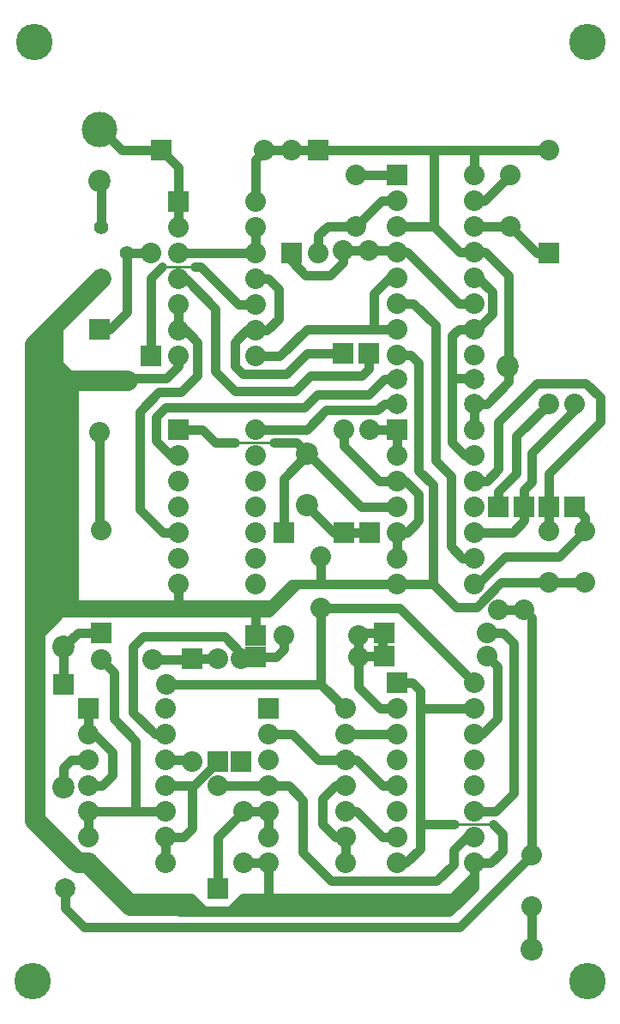
<source format=gbr>
G04 start of page 5 for group 10 layer_idx 1 *
G04 Title: (unknown), bottom_copper *
G04 Creator: pcb-rnd 2.1.0 *
G04 CreationDate: 2018-12-10 02:10:37 UTC *
G04 For: oscar *
G04 Format: Gerber/RS-274X *
G04 PCB-Dimensions: 244800 394800 *
G04 PCB-Coordinate-Origin: lower left *
%MOIN*%
%FSLAX25Y25*%
%LNBOTTOM*%
%ADD230C,0.0315*%
%ADD229C,0.0787*%
%ADD228C,0.0472*%
%ADD227C,0.0394*%
%ADD226C,0.0150*%
%ADD225C,0.0394*%
%ADD224C,0.0787*%
%ADD223C,0.0550*%
%ADD222C,0.1417*%
%ADD221C,0.1378*%
%ADD220C,0.0866*%
%ADD219C,0.0001*%
%ADD218C,0.0800*%
%ADD217C,0.0100*%
%ADD216C,0.0350*%
G54D216*X52500Y273800D02*Y296800D01*
X62000D01*
X72500Y218300D02*X69500D01*
X64000Y223800D01*
Y233300D01*
X67500Y236800D01*
X57500Y235300D02*X65000Y242800D01*
X73500D01*
X72500Y252800D02*X68000Y248300D01*
X50000D01*
X49000Y247300D01*
X72500Y266800D02*Y276800D01*
Y256800D02*Y252800D01*
X62000Y256800D02*Y287300D01*
X66250Y291550D01*
X72500Y286800D02*X75500D01*
X87000Y275300D01*
X81500Y291300D02*X81250Y291550D01*
G54D217*X66250D02*X81250D01*
X81500Y291300D01*
G54D216*X78750Y291550D02*X81250D01*
X42000Y267300D02*X46000D01*
X52500Y273800D01*
X42500Y306800D02*Y324800D01*
X72500Y306800D02*Y330300D01*
X66000Y336800D01*
X50500D01*
X42500Y344800D01*
X72500Y228300D02*X82000D01*
X73500Y242800D02*X80000Y249300D01*
Y262300D01*
X75500Y266800D01*
X72500D01*
X82000Y228300D02*X87000Y223300D01*
X216500Y336800D02*X106000D01*
X157500Y307300D02*X172000D01*
Y336800D02*Y307300D01*
X182000Y297300D01*
X192000D01*
X187500Y327300D02*Y336800D01*
X201500Y307300D02*X187500D01*
Y317300D02*X191500D01*
X201500Y327300D01*
X157000Y297800D02*X157500Y297300D01*
X161500D01*
X141500Y327300D02*X157500D01*
X102500Y316800D02*Y333300D01*
X106000Y336800D01*
X141500Y307300D02*X151500Y317300D01*
X141500Y307300D02*X141750Y307550D01*
X151500Y317300D02*X157500D01*
X127000Y303800D02*X130500Y307300D01*
X141500D01*
X136500Y297800D02*X157000D01*
X102500Y296800D02*Y306800D01*
X157500Y287300D02*X154500D01*
X148500Y281300D01*
Y267300D01*
X157500D01*
X161500Y297300D02*X181500Y277300D01*
X172500Y268800D02*X164000Y277300D01*
X157500D01*
X192000Y297300D02*X201000Y288300D01*
X181500Y277300D02*X187500D01*
Y287300D02*X189000D01*
X194500Y281800D01*
X122500Y267300D02*X157500D01*
X194500Y281800D02*Y273300D01*
X188500Y267300D01*
X181500D02*X187500D01*
X216500Y296800D02*X212000D01*
Y246300D02*X231000D01*
X236500Y240800D01*
Y231300D01*
X216500Y211300D01*
X210000Y219300D02*X226500Y235800D01*
Y238300D01*
X216500Y211300D02*Y188800D01*
X210000Y155300D02*Y63300D01*
X209000Y62300D01*
X184500Y69800D02*X187500D01*
X195000Y74800D02*X198500Y71300D01*
Y64300D01*
X194000Y59800D01*
X210000Y62800D02*X182000Y34800D01*
X194000Y59800D02*X187500D01*
Y54800D01*
Y59800D02*Y50300D01*
X192500Y149300D02*X199000D01*
X196500Y136300D02*X192500Y140300D01*
X199000Y149300D02*X203000Y145300D01*
Y86800D01*
X196500Y115800D02*Y136300D01*
X203000Y86800D02*X196000Y79800D01*
X187500D01*
Y109800D02*X190500D01*
X196500Y115800D01*
X210000Y42800D02*Y26300D01*
X220500Y178800D02*X230500Y188800D01*
Y194300D01*
X226500Y198300D01*
X212000Y296800D02*X201500Y307300D01*
X197000Y231300D02*X212000Y246300D01*
X204000Y225800D02*X216500Y238300D01*
X127000Y296800D02*Y303800D01*
X116500Y296800D02*Y293800D01*
X122000Y288300D01*
X111500Y271300D02*Y282800D01*
X87000Y275300D02*Y250800D01*
X94500Y243300D01*
X96000Y276800D02*X102500D01*
Y256800D02*X112000D01*
X122500Y267300D01*
X107000Y266800D02*X111500Y271300D01*
X114500Y249800D02*X122500Y257800D01*
X94500Y243300D02*X118000D01*
X124000Y249300D01*
X67500Y236800D02*X121500D01*
X126500Y241800D01*
X111500Y282800D02*X107500Y286800D01*
X102500D01*
X72500Y296800D02*X102500D01*
X81500Y291300D02*X96000Y276800D01*
X107000Y266800D02*X99000D01*
X94500Y262300D01*
Y252800D01*
X97500Y249800D01*
X114500D01*
G54D218*X17000Y261300D02*X42500Y286800D01*
G54D216*X122500Y257800D02*X136500D01*
X124000Y249300D02*X144000D01*
X146500Y251800D01*
Y257800D01*
X126500Y241800D02*X146500D01*
X122500Y228300D02*X130000Y235800D01*
X150000D01*
X152500Y238300D01*
X157500D01*
X146500Y241800D02*X152500Y247800D01*
X157000D01*
X166000Y254300D02*X163000Y257300D01*
X157500D01*
X166000Y212300D02*Y254300D01*
X172500Y216300D02*Y268800D01*
X179000Y223300D02*Y264800D01*
X181500Y267300D01*
X187000Y248300D02*X179000D01*
X187500Y228300D02*Y238300D01*
X197000Y212800D02*Y231300D01*
X204000Y211300D02*Y225800D01*
X187500Y208300D02*X192500D01*
X197000Y212800D01*
Y198300D02*Y204300D01*
X204000Y211300D01*
X207000Y198300D02*Y204800D01*
Y192800D02*Y198800D01*
Y204800D02*X210000Y207800D01*
Y219300D01*
X187500Y188300D02*X202500D01*
X207000Y192800D01*
X187500Y238300D02*X192500D01*
X201000Y246800D01*
Y288300D01*
X102500Y228300D02*X122500D01*
G54D217*X87000Y223300D02*X118500D01*
G54D216*X87000D02*X94500D01*
X109500D02*X118500D01*
X57500Y197300D02*Y235300D01*
X137000Y228300D02*Y221800D01*
X42000Y227300D02*Y189800D01*
X113500Y209300D02*X123000Y218800D01*
X147000Y228300D02*X157500D01*
Y218300D01*
X137000Y221800D02*X150500Y208300D01*
X161000D01*
X166000Y203300D01*
X171500Y206800D02*X166000Y212300D01*
X178500Y210300D02*X172500Y216300D01*
X187500Y218300D02*X184000D01*
X179000Y223300D01*
X166000Y203300D02*Y192800D01*
X171500Y168300D02*Y206800D01*
X178500Y182800D02*Y210300D01*
X187500Y168300D02*X189000D01*
X199500Y178800D01*
X198000Y168800D02*X188500Y159300D01*
X197000Y158300D02*X207000D01*
X210000Y155300D01*
X188500Y159300D02*X180500D01*
X171500Y168300D01*
X166000Y192800D02*X161500Y188300D01*
X72500D02*X66500D01*
X57500Y197300D01*
X42000Y189800D02*X42500Y189300D01*
X143500Y198300D02*X118500Y223300D01*
X37500Y69800D02*Y79800D01*
X67500D01*
G54D218*X37500Y59800D02*X33500D01*
X17000Y76300D01*
G54D216*X78000Y73300D02*X74500Y69800D01*
X67500D01*
Y59800D01*
X36000Y34800D02*X28500Y42300D01*
Y49800D01*
G54D218*X54000Y43300D02*X37500Y59800D01*
X77000Y43300D02*X54000D01*
G54D216*X73000Y40800D02*X105000D01*
X54500Y46300D02*X77500D01*
X82000Y41800D01*
X82500Y41300D02*X92500D01*
X97500Y46300D01*
X88000Y49800D02*Y69800D01*
X98000Y79800D01*
X107500D01*
Y69800D02*Y79800D01*
X98000Y59800D02*X107500D01*
X121000Y84300D02*Y63800D01*
X132000Y52800D01*
X128500Y74800D02*X133500Y69800D01*
X137500D01*
Y59800D01*
Y79800D02*X142000D01*
X152000Y69800D01*
X157500D01*
X132000Y52800D02*X173000D01*
X157500Y59800D02*X161000D01*
G54D218*X176000Y43300D02*X99500D01*
G54D216*X178000Y40800D02*X100000D01*
X97500Y46300D02*X179000D01*
X107500Y59800D02*Y43800D01*
X173000Y52800D02*X179500Y59300D01*
Y64800D01*
X184500Y69800D01*
X187500Y54800D02*X177000Y44300D01*
X187500Y50300D02*X178000Y40800D01*
X161000Y59800D02*X166500Y65300D01*
X180000Y74800D02*X166500D01*
G54D217*X180000D02*X195000D01*
G54D216*X182000Y34800D02*X36000D01*
X56000Y79800D02*Y107300D01*
X55000Y118300D02*Y143800D01*
X59000Y147800D01*
X56000Y107300D02*X47500Y115800D01*
X37500Y119800D02*Y109800D01*
X40000D01*
X47000Y102800D01*
X67500Y99800D02*X77500D01*
X78000Y99300D01*
X67500Y109800D02*X63500D01*
X55000Y118300D01*
X88000Y99300D02*X78000Y89300D01*
X166500Y126800D02*X163500Y129800D01*
X157500D01*
X166500Y119800D02*X187500D01*
X137500Y99800D02*X142000D01*
X152000Y89800D01*
X157500D01*
X137500Y109800D02*X157500D01*
X128000Y129300D02*X137500Y119800D01*
X142500Y128300D02*X151000Y119800D01*
X157500D01*
X107500Y109800D02*X117000D01*
X127000Y99800D01*
X138000D01*
X68000Y129300D02*X128000D01*
X166500Y65300D02*Y126800D01*
X137500Y89800D02*X133500D01*
X128500Y84800D01*
Y74800D01*
X78000Y89300D02*Y73300D01*
X67500Y89800D02*X78500D01*
X88000D02*X115500D01*
X121000Y84300D01*
X47500Y115800D02*Y133800D01*
X47000Y102800D02*Y93800D01*
X43000Y89800D01*
X37500D01*
X28000Y89300D02*Y96800D01*
X31000Y99800D01*
X37500D01*
G54D218*X17000Y76300D02*Y261300D01*
X23750Y268050D02*Y156550D01*
X30000Y246800D02*Y160300D01*
X23750Y156550D02*X17000Y149800D01*
X23750Y253050D02*X30000Y246800D01*
X53000Y247300D02*X29500D01*
G54D216*X47500Y133800D02*X42500Y138800D01*
X28000Y129300D02*Y143800D01*
X33500Y149300D01*
X42500D01*
X90500Y147800D02*X59000D01*
X78000Y139300D02*X88000D01*
X97000D02*Y141300D01*
X90500Y147800D01*
X102500Y139800D02*X110500D01*
X113500Y142800D01*
Y148300D01*
X108000Y157300D02*X19500D01*
X102500Y148300D02*Y157300D01*
X31500Y160300D02*X108500D01*
X62500Y138800D02*X77500D01*
X78000Y139300D01*
X72500Y168300D02*Y157300D01*
X128000Y158800D02*Y129300D01*
Y178800D02*Y168300D01*
X142500Y148300D02*Y128300D01*
X143500Y140300D02*X142500Y139300D01*
X143500Y149300D02*X142500Y148300D01*
X152500Y140300D02*X143500D01*
X152500Y149300D02*X143500D01*
X152000D02*Y140300D01*
X128000Y158800D02*X158500D01*
X187500Y129800D01*
X171500Y168300D02*X119000D01*
X108000Y157300D01*
X108500Y160300D02*X116500Y168300D01*
X142000D01*
X161500Y188300D02*X157500D01*
X147000D02*X133000D01*
X123000Y198300D01*
X113500Y188300D02*Y209300D01*
X157500Y198300D02*X143500D01*
X157500Y188300D02*Y178300D01*
X187500D02*X183000D01*
X178500Y182800D01*
X199500Y178800D02*X220500D01*
X230500Y168800D02*X198000D01*
X122000Y288300D02*X131500D01*
X136500Y293300D01*
Y297800D01*
G54D219*G36*
X38500Y145300D02*Y153300D01*
X46500D01*
Y145300D01*
X38500D01*
G37*
G54D218*X42500Y189300D03*
Y138800D03*
G54D220*X28000Y143800D03*
G54D219*G36*
X33500Y123800D02*X41500D01*
Y115800D01*
X33500D01*
Y123800D01*
G37*
G54D218*X37500Y109800D03*
Y99800D03*
Y89800D03*
G54D220*X28000Y89300D03*
G54D219*G36*
X24000Y133300D02*X32000D01*
Y125300D01*
X24000D01*
Y133300D01*
G37*
G36*
X46000Y271300D02*Y263300D01*
X38000D01*
Y271300D01*
X46000D01*
G37*
G54D218*X42000Y227300D03*
G54D220*X28000Y218300D03*
G54D221*X42000Y344800D03*
G54D220*Y324800D03*
G54D222*X16500Y378800D03*
G54D219*G36*
X45250Y284050D02*X39750D01*
Y289550D01*
X45250D01*
Y284050D01*
G37*
G54D223*X52500Y296800D03*
X42500Y306800D03*
G54D218*X67500Y119800D03*
Y109800D03*
Y99800D03*
X68000Y129300D03*
G54D219*G36*
X103500Y123800D02*X111500D01*
Y115800D01*
X103500D01*
Y123800D01*
G37*
G54D218*X137500Y119800D03*
X107500Y109800D03*
X137500D03*
X107500Y99800D03*
G54D219*G36*
X98500Y143800D02*X106500D01*
Y135800D01*
X98500D01*
Y143800D01*
G37*
G36*
Y152300D02*X106500D01*
Y144300D01*
X98500D01*
Y152300D01*
G37*
G54D218*X88000Y139300D03*
G54D219*G36*
X82000Y143300D02*Y135300D01*
X74000D01*
Y143300D01*
X82000D01*
G37*
G54D218*X97000Y139300D03*
X116500Y336800D03*
G54D219*G36*
X131000Y340800D02*Y332800D01*
X123000D01*
Y340800D01*
X131000D01*
G37*
G36*
X112500Y292800D02*Y300800D01*
X120500D01*
Y292800D01*
X112500D01*
G37*
G54D218*X127000Y296800D03*
X136500Y297800D03*
X146500D03*
X141500Y307300D03*
Y327300D03*
X137500Y99800D03*
X142500Y139800D03*
Y148300D03*
G54D219*G36*
X133000Y184300D02*Y192300D01*
X141000D01*
Y184300D01*
X133000D01*
G37*
G54D218*X113500Y148300D03*
G54D220*X122500Y198800D03*
G54D218*X128000Y178800D03*
Y158800D03*
X137000Y228300D03*
G54D219*G36*
X132500Y253800D02*Y261800D01*
X140500D01*
Y253800D01*
X132500D01*
G37*
G36*
X142500D02*Y261800D01*
X150500D01*
Y253800D01*
X142500D01*
G37*
G36*
X143000Y184300D02*Y192300D01*
X151000D01*
Y184300D01*
X143000D01*
G37*
G36*
X117500Y192300D02*Y184300D01*
X109500D01*
Y192300D01*
X117500D01*
G37*
G54D218*X147000Y228300D03*
G54D220*X122500Y218800D03*
G54D219*G36*
X153500Y232300D02*X161500D01*
Y224300D01*
X153500D01*
Y232300D01*
G37*
G54D218*X157500Y218300D03*
Y208300D03*
G54D224*Y238300D03*
G54D218*Y198300D03*
Y188300D03*
Y178300D03*
Y168300D03*
G54D219*G36*
X153500Y133800D02*X161500D01*
Y125800D01*
X153500D01*
Y133800D01*
G37*
G54D218*X157500Y119800D03*
Y109800D03*
Y99800D03*
G54D219*G36*
X148500Y153300D02*X156500D01*
Y145300D01*
X148500D01*
Y153300D01*
G37*
G36*
Y144300D02*X156500D01*
Y136300D01*
X148500D01*
Y144300D01*
G37*
G36*
X153500Y331300D02*X161500D01*
Y323300D01*
X153500D01*
Y331300D01*
G37*
G54D218*X157500Y317300D03*
Y307300D03*
Y297300D03*
Y287300D03*
Y277300D03*
Y267300D03*
Y257300D03*
G54D224*Y247800D03*
G54D218*X187500Y228300D03*
Y218300D03*
Y208300D03*
G54D219*G36*
X201000Y202300D02*Y194300D01*
X193000D01*
Y202300D01*
X201000D01*
G37*
G54D218*X197000Y158300D03*
G54D219*G36*
X211000Y202300D02*Y194300D01*
X203000D01*
Y202300D01*
X211000D01*
G37*
G54D218*X207000Y158300D03*
X192500Y149300D03*
Y140300D03*
G54D219*G36*
X212500Y194300D02*Y202300D01*
X220500D01*
Y194300D01*
X212500D01*
G37*
G54D218*X216500Y238300D03*
G54D220*X200500Y252800D03*
G54D224*X187500Y247800D03*
Y238300D03*
G54D219*G36*
X222500Y194300D02*Y202300D01*
X230500D01*
Y194300D01*
X222500D01*
G37*
G54D218*X230500Y168800D03*
Y188800D03*
X216500Y168800D03*
Y188800D03*
X226500Y238300D03*
X187500Y198300D03*
Y188300D03*
Y178300D03*
Y168300D03*
Y129800D03*
Y119800D03*
Y109800D03*
Y99800D03*
Y327300D03*
X216500Y336800D03*
X201500Y327300D03*
G54D222*X231500Y378800D03*
G54D218*X187500Y317300D03*
Y307300D03*
G54D219*G36*
X212500Y292800D02*Y300800D01*
X220500D01*
Y292800D01*
X212500D01*
G37*
G54D218*X201500Y307300D03*
X187500Y297300D03*
Y287300D03*
Y277300D03*
Y267300D03*
Y257300D03*
X67500Y89800D03*
X88000D03*
X107500D03*
Y79800D03*
Y69800D03*
X98000Y79800D03*
X137500Y89800D03*
Y79800D03*
Y69800D03*
X107500Y59800D03*
X98000D03*
X137500D03*
X157500Y89800D03*
Y79800D03*
Y69800D03*
Y59800D03*
X187500Y89800D03*
Y79800D03*
Y69800D03*
Y59800D03*
X210000Y42800D03*
Y62800D03*
G54D222*X231500Y13800D03*
G54D220*X210000Y26300D03*
G54D218*X37500Y79800D03*
G54D219*G36*
X68500Y232300D02*X76500D01*
Y224300D01*
X68500D01*
Y232300D01*
G37*
G54D218*X102500Y228300D03*
X72500Y218300D03*
X102500D03*
X67500Y79800D03*
G54D219*G36*
X84000Y95300D02*Y103300D01*
X92000D01*
Y95300D01*
X84000D01*
G37*
G54D218*X78000Y99300D03*
G54D219*G36*
X93000Y95300D02*Y103300D01*
X101000D01*
Y95300D01*
X93000D01*
G37*
G54D218*X67500Y69800D03*
Y59800D03*
G54D219*G36*
X84000Y45800D02*Y53800D01*
X92000D01*
Y45800D01*
X84000D01*
G37*
G36*
X68500Y320800D02*X76500D01*
Y312800D01*
X68500D01*
Y320800D01*
G37*
G54D218*X72500Y306800D03*
Y296800D03*
Y286800D03*
Y276800D03*
Y266800D03*
Y208300D03*
Y256800D03*
G54D219*G36*
X62000Y340800D02*X70000D01*
Y332800D01*
X62000D01*
Y340800D01*
G37*
G36*
X58000Y252800D02*Y260800D01*
X66000D01*
Y252800D01*
X58000D01*
G37*
G54D218*X62000Y296800D03*
X102500Y316800D03*
Y306800D03*
Y296800D03*
Y286800D03*
Y276800D03*
Y266800D03*
Y208300D03*
Y256800D03*
X106000Y336800D03*
X72500Y198300D03*
Y188300D03*
Y178300D03*
Y168300D03*
X62500Y138800D03*
X102500Y198300D03*
Y188300D03*
Y178300D03*
Y168300D03*
X37500Y69800D03*
Y59800D03*
G54D224*X28500Y49800D03*
G54D222*X16000Y13800D03*
G54D225*G54D226*G54D227*G54D225*G54D227*G54D225*G54D227*G54D228*G54D227*G54D229*G54D216*G54D225*G54D226*G54D225*G54D227*G54D226*G54D225*G54D227*G54D225*G54D230*G54D225*G54D230*G54D225*G54D227*G54D230*G54D225*G54D226*G54D225*G54D226*G54D229*G54D225*G54D226*G54D225*G54D226*G54D225*G54D226*G54D225*G54D226*G54D229*G54D227*G54D225*G54D226*G54D225*G54D230*G54D229*M02*

</source>
